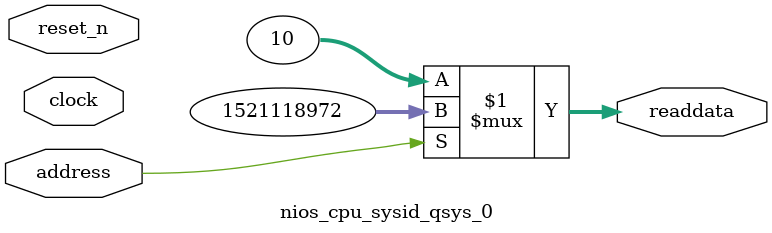
<source format=v>



// synthesis translate_off
`timescale 1ns / 1ps
// synthesis translate_on

// turn off superfluous verilog processor warnings 
// altera message_level Level1 
// altera message_off 10034 10035 10036 10037 10230 10240 10030 

module nios_cpu_sysid_qsys_0 (
               // inputs:
                address,
                clock,
                reset_n,

               // outputs:
                readdata
             )
;

  output  [ 31: 0] readdata;
  input            address;
  input            clock;
  input            reset_n;

  wire    [ 31: 0] readdata;
  //control_slave, which is an e_avalon_slave
  assign readdata = address ? 1521118972 : 10;

endmodule



</source>
